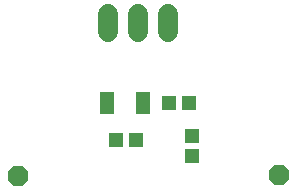
<source format=gbr>
G04 EAGLE Gerber RS-274X export*
G75*
%MOMM*%
%FSLAX34Y34*%
%LPD*%
%INSoldermask Top*%
%IPPOS*%
%AMOC8*
5,1,8,0,0,1.08239X$1,22.5*%
G01*
G04 Define Apertures*
%ADD10C,1.727200*%
%ADD11R,1.165000X1.915000*%
%ADD12P,1.8695X8X22.5*%
%ADD13R,1.303200X1.203200*%
%ADD14R,1.203200X1.303200*%
D10*
X142240Y151130D02*
X142240Y166370D01*
X167640Y166370D02*
X167640Y151130D01*
X193040Y151130D02*
X193040Y166370D01*
D11*
X140960Y91440D03*
X171460Y91440D03*
D12*
X287020Y30480D03*
X66040Y29210D03*
D13*
X165980Y59690D03*
X148980Y59690D03*
D14*
X213360Y46110D03*
X213360Y63110D03*
D13*
X210430Y91440D03*
X193430Y91440D03*
M02*

</source>
